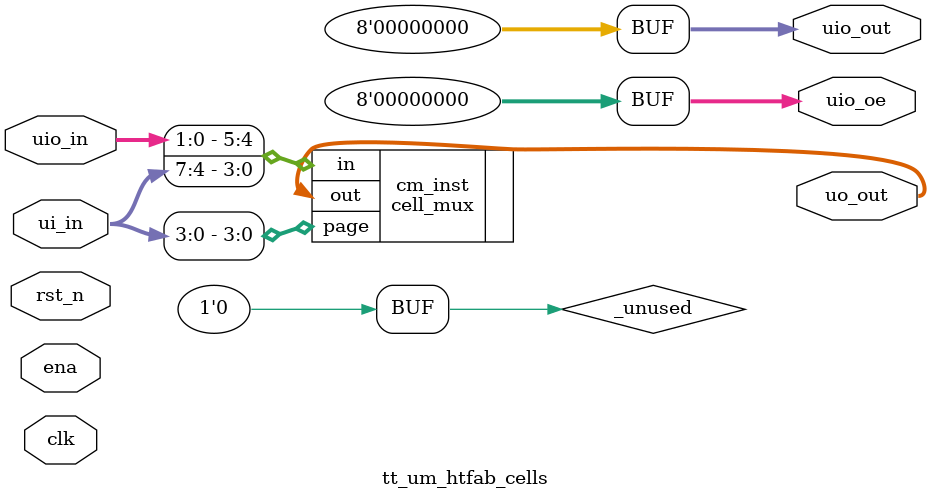
<source format=v>
`default_nettype none

module tt_um_htfab_cells (
    input  wire [7:0] ui_in,    // Dedicated inputs
    output wire [7:0] uo_out,   // Dedicated outputs
    input  wire [7:0] uio_in,   // IOs: Input path
    output wire [7:0] uio_out,  // IOs: Output path
    output wire [7:0] uio_oe,   // IOs: Enable path (active high: 0=input, 1=output)
    input  wire       ena,      // always 1 when the design is powered, so you can ignore it
    input  wire       clk,      // clock
    input  wire       rst_n     // reset_n - low to reset
);

cell_mux cm_inst (
    .page(ui_in[3:0]),
    .in({uio_in[1:0], ui_in[7:4]}),
    .out(uo_out)
);

assign uio_out = 0;
assign uio_oe = 0;
wire _unused = &{ena, clk, rst_n, uio_in[7:2], 1'b0};

endmodule

</source>
